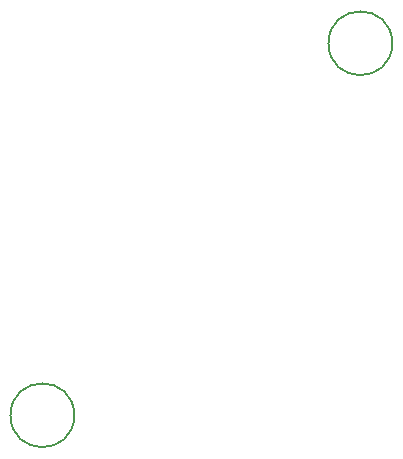
<source format=gbr>
%TF.GenerationSoftware,KiCad,Pcbnew,7.0.8*%
%TF.CreationDate,2024-11-10T19:19:34+09:00*%
%TF.ProjectId,JellyTracker_V0.5.0,4a656c6c-7954-4726-9163-6b65725f5630,rev?*%
%TF.SameCoordinates,Original*%
%TF.FileFunction,Other,Comment*%
%FSLAX46Y46*%
G04 Gerber Fmt 4.6, Leading zero omitted, Abs format (unit mm)*
G04 Created by KiCad (PCBNEW 7.0.8) date 2024-11-10 19:19:34*
%MOMM*%
%LPD*%
G01*
G04 APERTURE LIST*
%ADD10C,0.150000*%
G04 APERTURE END LIST*
D10*
%TO.C,M2.5*%
X7272000Y-36068000D02*
G75*
G03*
X7272000Y-36068000I-2700000J0D01*
G01*
X34196000Y-4572000D02*
G75*
G03*
X34196000Y-4572000I-2700000J0D01*
G01*
%TD*%
M02*

</source>
